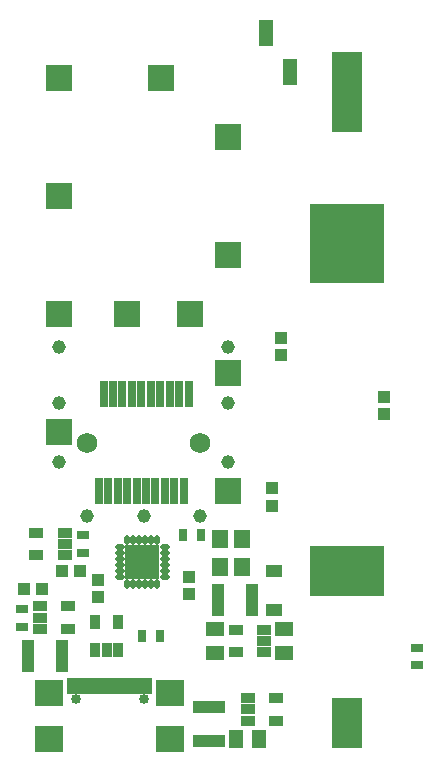
<source format=gbs>
%FSLAX46Y46*%
%MOMM*%
%AMPS34*
21,1,0.700000,2.200000,0.000000,0.000000,360.000000*
%
%ADD34PS34*%
%AMPS33*
21,1,0.700000,2.200000,0.000000,0.000000,180.000000*
%
%ADD33PS33*%
%AMPS28*
21,1,1.000000,0.950000,0.000000,0.000000,360.000000*
%
%ADD28PS28*%
%AMPS11*
21,1,1.000000,0.950000,0.000000,0.000000,270.000000*
%
%ADD11PS11*%
%AMPS31*
21,1,1.000000,0.950000,0.000000,0.000000,180.000000*
%
%ADD31PS31*%
%AMPS18*
21,1,1.000000,0.950000,0.000000,0.000000,90.000000*
%
%ADD18PS18*%
%AMPS26*
21,1,0.700000,1.100000,0.000000,0.000000,360.000000*
%
%ADD26PS26*%
%AMPS39*
21,1,0.700000,1.100000,0.000000,0.000000,270.000000*
%
%ADD39PS39*%
%AMPS37*
21,1,0.700000,1.100000,0.000000,0.000000,90.000000*
%
%ADD37PS37*%
%AMPS23*
21,1,1.216000,2.230000,0.000000,0.000000,360.000000*
%
%ADD23PS23*%
%AMPS45*
21,1,1.200000,1.450000,0.000000,0.000000,180.000000*
%
%ADD45PS45*%
%AMPS12*
21,1,1.200000,1.450000,0.000000,0.000000,90.000000*
%
%ADD12PS12*%
%AMPS20*
21,1,2.380000,2.200000,0.000000,0.000000,360.000000*
%
%ADD20PS20*%
%AMPS19*
21,1,0.800000,1.350000,0.000000,0.000000,360.000000*
%
%ADD19PS19*%
%AMPS24*
21,1,4.160000,6.200000,0.000000,0.000000,270.000000*
%
%ADD24PS24*%
%AMPS29*
21,1,4.160000,6.200000,0.000000,0.000000,90.000000*
%
%ADD29PS29*%
%AMPS38*
21,1,1.100000,1.400000,0.000000,0.000000,270.000000*
%
%ADD38PS38*%
%AMPS21*
21,1,0.500000,1.350000,0.000000,0.000000,360.000000*
%
%ADD21PS21*%
%AMPS32*
21,1,0.900000,1.200000,0.000000,0.000000,360.000000*
%
%ADD32PS32*%
%AMPS27*
21,1,0.900000,1.200000,0.000000,0.000000,270.000000*
%
%ADD27PS27*%
%AMPS10*
21,1,0.900000,1.200000,0.000000,0.000000,90.000000*
%
%ADD10PS10*%
%AMPS47*
21,1,1.100000,2.700000,0.000000,0.000000,360.000000*
%
%ADD47PS47*%
%AMPS41*
21,1,1.100000,2.700000,0.000000,0.000000,180.000000*
%
%ADD41PS41*%
%AMPS40*
21,1,1.100000,2.700000,0.000000,0.000000,90.000000*
%
%ADD40PS40*%
%AMPS46*
21,1,1.600000,1.400000,0.000000,0.000000,270.000000*
%
%ADD46PS46*%
%AMPS25*
21,1,4.160000,2.540000,0.000000,0.000000,270.000000*
%
%ADD25PS25*%
%AMPS30*
21,1,4.160000,2.540000,0.000000,0.000000,90.000000*
%
%ADD30PS30*%
%AMPS17*
21,1,2.800000,2.800000,0.000000,0.000000,180.000000*
%
%ADD17PS17*%
%AMPS36*
1,1,1.750000,0.000000,0.000000*
%
%ADD36PS36*%
%AMPS35*
1,1,1.750000,0.000000,0.000000*
%
%ADD35PS35*%
%AMPS43*
1,1,1.150000,0.000000,0.000000*
%
%ADD43PS43*%
%AMPS44*
1,1,1.150000,0.000000,0.000000*
%
%ADD44PS44*%
%AMPS22*
1,1,0.850000,0.000000,0.000000*
%
%ADD22PS22*%
%AMPS14*
1,1,0.300000,0.075000,0.250000*
1,1,0.300000,-0.075000,-0.250000*
1,1,0.300000,-0.075000,0.250000*
1,1,0.300000,0.075000,-0.250000*
21,1,0.450000,0.500000,0.000000,0.000000,360.000000*
21,1,0.150000,0.800000,0.000000,0.000000,360.000000*
%
%ADD14PS14*%
%AMPS13*
1,1,0.300000,0.250000,-0.075000*
1,1,0.300000,-0.250000,0.075000*
1,1,0.300000,0.250000,0.075000*
1,1,0.300000,-0.250000,-0.075000*
21,1,0.450000,0.500000,0.000000,0.000000,270.000000*
21,1,0.150000,0.800000,0.000000,0.000000,270.000000*
%
%ADD13PS13*%
%AMPS16*
1,1,0.300000,-0.075000,-0.250000*
1,1,0.300000,0.075000,0.250000*
1,1,0.300000,0.075000,-0.250000*
1,1,0.300000,-0.075000,0.250000*
21,1,0.450000,0.500000,0.000000,0.000000,180.000000*
21,1,0.150000,0.800000,0.000000,0.000000,180.000000*
%
%ADD16PS16*%
%AMPS15*
1,1,0.300000,-0.250000,0.075000*
1,1,0.300000,0.250000,-0.075000*
1,1,0.300000,-0.250000,-0.075000*
1,1,0.300000,0.250000,0.075000*
21,1,0.450000,0.500000,0.000000,0.000000,90.000000*
21,1,0.150000,0.800000,0.000000,0.000000,90.000000*
%
%ADD15PS15*%
%AMPS42*
21,1,2.200000,2.200000,0.000000,0.000000,90.000000*
%
%ADD42PS42*%
G01*
G01*
%LPD*%
G75*
D10*
X3080534Y7300000D03*
D10*
X680534Y6350000D03*
D10*
X3080534Y8250000D03*
D10*
X680534Y8250000D03*
D10*
X3080534Y6350000D03*
D11*
X-11000000Y12500000D03*
D11*
X-11000000Y11000000D03*
D12*
X-1069458Y8299944D03*
D12*
X-1069458Y6299944D03*
D13*
X-9150000Y15250000D03*
D14*
X-6500000Y12100000D03*
D14*
X-6000000Y12100000D03*
D15*
X-5350000Y14250000D03*
D15*
X-5350000Y15250000D03*
D15*
X-5350000Y12750000D03*
D13*
X-9150000Y12750000D03*
D13*
X-9150000Y13750000D03*
D13*
X-9150000Y14750000D03*
D16*
X-6500000Y15900000D03*
D16*
X-7500000Y15900000D03*
D17*
X-7250000Y14000000D03*
D15*
X-5350000Y14750000D03*
D16*
X-7000000Y15900000D03*
D13*
X-9150000Y14250000D03*
D15*
X-5350000Y13250000D03*
D14*
X-7000000Y12100000D03*
D15*
X-5350000Y13750000D03*
D16*
X-6000000Y15900000D03*
D16*
X-8500000Y15900000D03*
D16*
X-8000000Y15900000D03*
D14*
X-7500000Y12100000D03*
D13*
X-9150000Y13250000D03*
D14*
X-8500000Y12100000D03*
D14*
X-8000000Y12100000D03*
D18*
X4500000Y31500000D03*
D18*
X4500000Y33000000D03*
D19*
X-13200000Y3505000D03*
D20*
X-4890000Y2930000D03*
D21*
X-8750000Y3505000D03*
D20*
X-15110000Y-1000000D03*
D21*
X-11250000Y3505000D03*
D20*
X-15110000Y2930000D03*
D21*
X-9750000Y3505000D03*
D21*
X-8250000Y3505000D03*
D21*
X-11750000Y3505000D03*
D22*
X-7110000Y2430000D03*
D19*
X-7600000Y3505000D03*
D20*
X-4890000Y-1000000D03*
D21*
X-10250000Y3505000D03*
D19*
X-12400000Y3505000D03*
D19*
X-6800000Y3505000D03*
D21*
X-9250000Y3505000D03*
D22*
X-12890000Y2430000D03*
D21*
X-10750000Y3505000D03*
D23*
X5250000Y55450000D03*
D23*
X3250000Y58750000D03*
D24*
X10075000Y39705000D03*
D25*
X10075000Y52555000D03*
D18*
X13250000Y26500000D03*
D18*
X13250000Y28000000D03*
D26*
X-5750000Y7750000D03*
D26*
X-7250000Y7750000D03*
D27*
X-15903006Y9280856D03*
D27*
X-13503006Y10230856D03*
D27*
X-15903006Y8330856D03*
D27*
X-13503006Y8330856D03*
D27*
X-15903006Y10230856D03*
D28*
X-14000000Y13250000D03*
D28*
X-12500000Y13250000D03*
D29*
X10075000Y13215000D03*
D30*
X10075000Y365000D03*
D31*
X-15764106Y11730856D03*
D31*
X-17264106Y11730856D03*
D24*
X10075000Y42205000D03*
D25*
X10075000Y55055000D03*
D32*
X-10250000Y6550000D03*
D32*
X-11200000Y8950000D03*
D32*
X-9300000Y6550000D03*
D32*
X-9300000Y8950000D03*
D32*
X-11200000Y6550000D03*
D33*
X-8120000Y28200000D03*
D33*
X-8920000Y28200000D03*
D34*
X-6120000Y20000000D03*
D34*
X-9320000Y20000000D03*
D34*
X-7720000Y20000000D03*
D33*
X-4920000Y28200000D03*
D35*
X-11920000Y24100000D03*
D33*
X-4120000Y28200000D03*
D33*
X-10520000Y28200000D03*
D34*
X-4520000Y20000000D03*
D33*
X-5720000Y28200000D03*
D33*
X-7320000Y28200000D03*
D34*
X-6920000Y20000000D03*
D34*
X-8520000Y20000000D03*
D34*
X-10120000Y20000000D03*
D36*
X-2320000Y24100000D03*
D34*
X-5320000Y20000000D03*
D33*
X-3320000Y28200000D03*
D33*
X-6520000Y28200000D03*
D33*
X-9720000Y28200000D03*
D34*
X-10920000Y20000000D03*
D34*
X-3720000Y20000000D03*
D18*
X3750000Y18750000D03*
D18*
X3750000Y20250000D03*
D37*
X16000000Y6750000D03*
D37*
X16000000Y5250000D03*
D26*
X-2250000Y16250000D03*
D26*
X-3750000Y16250000D03*
D38*
X3930534Y13200000D03*
D38*
X3930534Y9900000D03*
D39*
X-12250000Y14750000D03*
D39*
X-12250000Y16250000D03*
D40*
X-1618647Y1717709D03*
D40*
X-1618647Y-1182291D03*
D41*
X-819466Y10800000D03*
D41*
X2080534Y10800000D03*
D10*
X-13800000Y15500000D03*
D10*
X-16200000Y14550000D03*
D10*
X-13800000Y16450000D03*
D10*
X-16200000Y16450000D03*
D10*
X-13800000Y14550000D03*
D37*
X-17453006Y10030856D03*
D37*
X-17453006Y8530856D03*
D27*
X1681353Y1517709D03*
D27*
X4081353Y2467709D03*
D27*
X1681353Y567709D03*
D27*
X4081353Y567709D03*
D27*
X1681353Y2467709D03*
D12*
X4724982Y8299944D03*
D12*
X4724982Y6299944D03*
D42*
X0Y40000000D03*
D43*
X-11920000Y17900000D03*
D44*
X0Y22500000D03*
D42*
X0Y50000000D03*
D42*
X-14250000Y25000000D03*
D42*
X-3170000Y35000000D03*
D43*
X0Y32200000D03*
D42*
X0Y30000000D03*
D43*
X0Y27500000D03*
D44*
X-7120000Y17900000D03*
D44*
X-2320000Y17900000D03*
D42*
X-14250000Y35000000D03*
D42*
X-8570000Y35000000D03*
D42*
X-5670000Y55000000D03*
D42*
X0Y20000000D03*
D43*
X-14250000Y32200000D03*
D44*
X-14250000Y22500000D03*
D42*
X-14250000Y45000000D03*
D43*
X-14250000Y27500000D03*
D42*
X-14250000Y55000000D03*
D11*
X-3250000Y12750000D03*
D11*
X-3250000Y11250000D03*
D45*
X671414Y-982314D03*
D45*
X2671414Y-982314D03*
D46*
X1200000Y15950000D03*
D46*
X1200000Y13550000D03*
D46*
X-700000Y13550000D03*
D46*
X-700000Y15950000D03*
D47*
X-14050000Y6000000D03*
D47*
X-16950000Y6000000D03*
M02*

</source>
